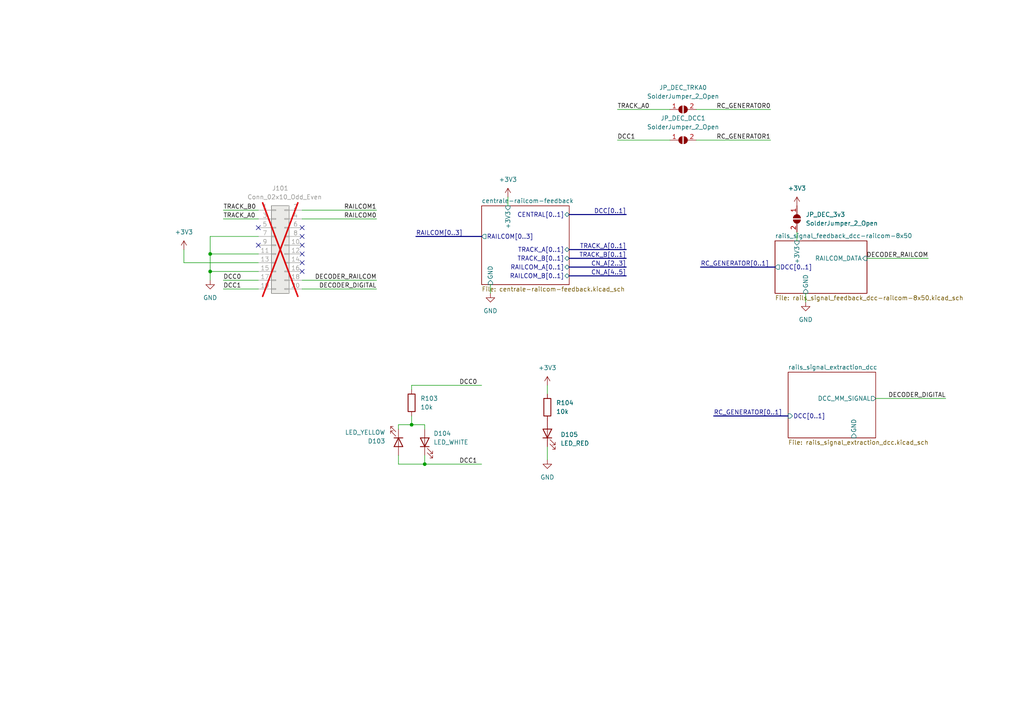
<source format=kicad_sch>
(kicad_sch (version 20231120) (generator "eeschema") (generator_version "8.0")
  (paper "A4")
  (lib_symbols
    (symbol "Connector_Generic:Conn_02x10_Odd_Even" (pin_names (offset 1.016) hide)
      (property "Reference" "J" (at 1.27 12.7 0))
      (property "Value" "Conn_02x10_Odd_Even" (at 1.27 -15.24 0))
      (symbol "Conn_02x10_Odd_Even_1_1"
        (rectangle (start -1.27 -12.573) (end 0 -12.827) (stroke (width 0.1524)))
        (rectangle (start -1.27 -10.033) (end 0 -10.287) (stroke (width 0.1524)))
        (rectangle (start -1.27 -7.493) (end 0 -7.747) (stroke (width 0.1524)))
        (rectangle (start -1.27 -4.953) (end 0 -5.207) (stroke (width 0.1524)))
        (rectangle (start -1.27 -2.413) (end 0 -2.667) (stroke (width 0.1524)))
        (rectangle (start -1.27 0.127) (end 0 -0.127) (stroke (width 0.1524)))
        (rectangle (start -1.27 2.667) (end 0 2.413) (stroke (width 0.1524)))
        (rectangle (start -1.27 5.207) (end 0 4.953) (stroke (width 0.1524)))
        (rectangle (start -1.27 7.747) (end 0 7.493) (stroke (width 0.1524)))
        (rectangle (start -1.27 10.287) (end 0 10.033) (stroke (width 0.1524)))
        (rectangle (start -1.27 11.43) (end 3.81 -13.97) (stroke (width 0.254)) (fill (type background)))
        (rectangle (start 3.81 -12.573) (end 2.54 -12.827) (stroke (width 0.1524)))
        (rectangle (start 3.81 -10.033) (end 2.54 -10.287) (stroke (width 0.1524)))
        (rectangle (start 3.81 -7.493) (end 2.54 -7.747) (stroke (width 0.1524)))
        (rectangle (start 3.81 -4.953) (end 2.54 -5.207) (stroke (width 0.1524)))
        (rectangle (start 3.81 -2.413) (end 2.54 -2.667) (stroke (width 0.1524)))
        (rectangle (start 3.81 0.127) (end 2.54 -0.127) (stroke (width 0.1524)))
        (rectangle (start 3.81 2.667) (end 2.54 2.413) (stroke (width 0.1524)))
        (rectangle (start 3.81 5.207) (end 2.54 4.953) (stroke (width 0.1524)))
        (rectangle (start 3.81 7.747) (end 2.54 7.493) (stroke (width 0.1524)))
        (rectangle (start 3.81 10.287) (end 2.54 10.033) (stroke (width 0.1524)))
        (pin passive line (at -5.08 10.16 0) (length 3.81) (name "Pin_1") (number "1"))
        (pin passive line (at 7.62 0 180) (length 3.81) (name "Pin_10") (number "10"))
        (pin passive line (at -5.08 -2.54 0) (length 3.81) (name "Pin_11") (number "11"))
        (pin passive line (at 7.62 -2.54 180) (length 3.81) (name "Pin_12") (number "12"))
        (pin passive line (at -5.08 -5.08 0) (length 3.81) (name "Pin_13") (number "13"))
        (pin passive line (at 7.62 -5.08 180) (length 3.81) (name "Pin_14") (number "14"))
        (pin passive line (at -5.08 -7.62 0) (length 3.81) (name "Pin_15") (number "15"))
        (pin passive line (at 7.62 -7.62 180) (length 3.81) (name "Pin_16") (number "16"))
        (pin passive line (at -5.08 -10.16 0) (length 3.81) (name "Pin_17") (number "17"))
        (pin passive line (at 7.62 -10.16 180) (length 3.81) (name "Pin_18") (number "18"))
        (pin passive line (at -5.08 -12.7 0) (length 3.81) (name "Pin_19") (number "19"))
        (pin passive line (at 7.62 10.16 180) (length 3.81) (name "Pin_2") (number "2"))
        (pin passive line (at 7.62 -12.7 180) (length 3.81) (name "Pin_20") (number "20"))
        (pin passive line (at -5.08 7.62 0) (length 3.81) (name "Pin_3") (number "3"))
        (pin passive line (at 7.62 7.62 180) (length 3.81) (name "Pin_4") (number "4"))
        (pin passive line (at -5.08 5.08 0) (length 3.81) (name "Pin_5") (number "5"))
        (pin passive line (at 7.62 5.08 180) (length 3.81) (name "Pin_6") (number "6"))
        (pin passive line (at -5.08 2.54 0) (length 3.81) (name "Pin_7") (number "7"))
        (pin passive line (at 7.62 2.54 180) (length 3.81) (name "Pin_8") (number "8"))
        (pin passive line (at -5.08 0 0) (length 3.81) (name "Pin_9") (number "9"))
      )
    )
    (symbol "Device:LED" (pin_numbers hide) (pin_names (offset 1.016) hide)
      (property "Reference" "D" (at 0 2.54 0))
      (property "Value" "LED" (at 0 -2.54 0))
      (symbol "LED_0_1"
        (polyline (pts (xy -1.27 -1.27) (xy -1.27 1.27)) (stroke (width 0.254)))
        (polyline (pts (xy -1.27 0) (xy 1.27 0)))
        (polyline (pts (xy 1.27 -1.27) (xy 1.27 1.27) (xy -1.27 0) (xy 1.27 -1.27)) (stroke (width 0.254)))
        (polyline (pts (xy -3.048 -0.762) (xy -4.572 -2.286) (xy -3.81 -2.286) (xy -4.572 -2.286) (xy -4.572 -1.524)))
        (polyline (pts (xy -1.778 -0.762) (xy -3.302 -2.286) (xy -2.54 -2.286) (xy -3.302 -2.286) (xy -3.302 -1.524)))
      )
      (symbol "LED_1_1"
        (pin passive line (at -3.81 0 0) (length 2.54) (name "K") (number "1"))
        (pin passive line (at 3.81 0 180) (length 2.54) (name "A") (number "2"))
      )
    )
    (symbol "Device:R" (pin_numbers hide) (pin_names (offset 0))
      (property "Reference" "R" (at 2.032 0 90))
      (property "Value" "R" (at 0 0 90))
      (symbol "R_0_1"
        (rectangle (start -1.016 -2.54) (end 1.016 2.54) (stroke (width 0.254)))
      )
      (symbol "R_1_1"
        (pin passive line (at 0 3.81 270) (length 1.27) (name "~") (number "1"))
        (pin passive line (at 0 -3.81 90) (length 1.27) (name "~") (number "2"))
      )
    )
    (symbol "Jumper:SolderJumper_2_Open" (pin_names (offset 0) hide)
      (property "Reference" "JP" (at 0 2.032 0))
      (property "Value" "SolderJumper_2_Open" (at 0 -2.54 0))
      (symbol "SolderJumper_2_Open_0_1"
        (arc (start -0.254 1.016) (mid -1.2656 0) (end -0.254 -1.016))
        (arc (start -0.254 1.016) (mid -1.2656 0) (end -0.254 -1.016) (fill (type outline)))
        (polyline (pts (xy -0.254 1.016) (xy -0.254 -1.016)))
        (polyline (pts (xy 0.254 1.016) (xy 0.254 -1.016)))
        (arc (start 0.254 -1.016) (mid 1.2656 0) (end 0.254 1.016))
        (arc (start 0.254 -1.016) (mid 1.2656 0) (end 0.254 1.016) (fill (type outline)))
      )
      (symbol "SolderJumper_2_Open_1_1"
        (pin passive line (at -3.81 0 0) (length 2.54) (name "A") (number "1"))
        (pin passive line (at 3.81 0 180) (length 2.54) (name "B") (number "2"))
      )
    )
    (symbol "power:+3V3" (power) (pin_names (offset 0))
      (property "Value" "+3V3" (at 0 3.556 0))
      (symbol "+3V3_0_1"
        (polyline (pts (xy -0.762 1.27) (xy 0 2.54)))
        (polyline (pts (xy 0 0) (xy 0 2.54)))
        (polyline (pts (xy 0 2.54) (xy 0.762 1.27)))
      )
      (symbol "+3V3_1_1"
        (pin power_in line (at 0 0 90) (length 0) hide (name "+3V3") (number "1"))
      )
    )
    (symbol "power:GND" (power) (pin_names (offset 0))
      (property "Value" "GND" (at 0 -3.81 0))
      (symbol "GND_0_1"
        (polyline (pts (xy 0 0) (xy 0 -1.27) (xy 1.27 -1.27) (xy 0 -2.54) (xy -1.27 -1.27) (xy 0 -1.27)))
      )
      (symbol "GND_1_1"
        (pin power_in line (at 0 0 270) (length 0) hide (name "GND") (number "1"))
      )
    )
  )
  (junction (at 60.96 73.66))
  (junction (at 60.96 78.74))
  (junction (at 123.19 134.62))
  (junction (at 119.38 123.19))
  (no_connect (at 87.63 73.66))
  (no_connect (at 87.63 68.58))
  (no_connect (at 87.63 71.12))
  (no_connect (at 87.63 78.74))
  (no_connect (at 87.63 66.04))
  (no_connect (at 74.93 66.04))
  (no_connect (at 87.63 76.2))
  (no_connect (at 74.93 71.12))
  (wire (pts (xy 64.77 81.28) (xy 74.93 81.28)))
  (wire (pts (xy 60.96 73.66) (xy 74.93 73.66)))
  (wire (pts (xy 254 115.57) (xy 274.32 115.57)))
  (wire (pts (xy 60.96 73.66) (xy 60.96 78.74)))
  (wire (pts (xy 123.19 134.62) (xy 115.57 134.62)))
  (wire (pts (xy 123.19 134.62) (xy 139.7 134.62)))
  (wire (pts (xy 64.77 60.96) (xy 74.93 60.96)))
  (wire (pts (xy 60.96 78.74) (xy 60.96 81.28)))
  (wire (pts (xy 115.57 123.19) (xy 115.57 124.46)))
  (wire (pts (xy 251.46 74.93) (xy 269.24 74.93)))
  (wire (pts (xy 123.19 123.19) (xy 123.19 124.46)))
  (bus (pts (xy 203.2 77.47) (xy 224.79 77.47)))
  (bus (pts (xy 165.1 72.39) (xy 181.61 72.39)))
  (wire (pts (xy 139.7 111.76) (xy 119.38 111.76)))
  (wire (pts (xy 115.57 132.08) (xy 115.57 134.62)))
  (bus (pts (xy 207.01 120.65) (xy 228.6 120.65)))
  (wire (pts (xy 231.14 67.31) (xy 231.14 69.85)))
  (wire (pts (xy 87.63 63.5) (xy 109.22 63.5)))
  (wire (pts (xy 87.63 60.96) (xy 109.22 60.96)))
  (wire (pts (xy 158.75 129.54) (xy 158.75 133.35)))
  (wire (pts (xy 142.24 85.09) (xy 142.24 82.55)))
  (wire (pts (xy 233.68 87.63) (xy 233.68 85.09)))
  (wire (pts (xy 115.57 123.19) (xy 119.38 123.19)))
  (wire (pts (xy 119.38 123.19) (xy 123.19 123.19)))
  (wire (pts (xy 223.52 40.64) (xy 201.93 40.64)))
  (bus (pts (xy 165.1 74.93) (xy 181.61 74.93)))
  (wire (pts (xy 74.93 68.58) (xy 60.96 68.58)))
  (bus (pts (xy 165.1 80.01) (xy 181.61 80.01)))
  (wire (pts (xy 179.07 40.64) (xy 194.31 40.64)))
  (wire (pts (xy 158.75 111.76) (xy 158.75 114.3)))
  (wire (pts (xy 119.38 123.19) (xy 119.38 120.65)))
  (wire (pts (xy 53.34 72.39) (xy 53.34 76.2)))
  (wire (pts (xy 123.19 132.08) (xy 123.19 134.62)))
  (bus (pts (xy 165.1 77.47) (xy 181.61 77.47)))
  (bus (pts (xy 165.1 62.23) (xy 181.61 62.23)))
  (wire (pts (xy 201.93 31.75) (xy 223.52 31.75)))
  (wire (pts (xy 74.93 76.2) (xy 53.34 76.2)))
  (wire (pts (xy 87.63 83.82) (xy 109.22 83.82)))
  (wire (pts (xy 147.32 57.15) (xy 147.32 59.69)))
  (wire (pts (xy 179.07 31.75) (xy 194.31 31.75)))
  (wire (pts (xy 87.63 81.28) (xy 109.22 81.28)))
  (wire (pts (xy 60.96 68.58) (xy 60.96 73.66)))
  (wire (pts (xy 119.38 111.76) (xy 119.38 113.03)))
  (wire (pts (xy 60.96 78.74) (xy 74.93 78.74)))
  (bus (pts (xy 120.65 68.58) (xy 139.7 68.58)))
  (wire (pts (xy 64.77 83.82) (xy 74.93 83.82)))
  (wire (pts (xy 64.77 63.5) (xy 74.93 63.5)))
  (label "TRACK_A0" (at 179.07 31.75 0))
  (label "RAILCOM0" (at 109.22 63.5 180))
  (label "TRACK_A[0..1]" (at 181.61 72.39 180))
  (label "DECODER_DIGITAL" (at 274.32 115.57 180))
  (label "RC_GENERATOR0" (at 223.52 31.75 180))
  (label "DCC1" (at 64.77 83.82 0))
  (label "RAILCOM[0..3]" (at 120.65 68.58 0))
  (label "RAILCOM1" (at 109.22 60.96 180))
  (label "CN_A[4..5]" (at 181.61 80.01 180))
  (label "TRACK_A0" (at 64.77 63.5 0))
  (label "DECODER_DIGITAL" (at 109.22 83.82 180))
  (label "DCC0" (at 138.43 111.76 180))
  (label "TRACK_B[0..1]" (at 181.61 74.93 180))
  (label "DCC[0..1]" (at 181.61 62.23 180))
  (label "DECODER_RAILCOM" (at 269.24 74.93 180))
  (label "TRACK_B0" (at 64.77 60.96 0))
  (label "RC_GENERATOR[0..1]" (at 203.2 77.47 0))
  (label "DECODER_RAILCOM" (at 109.22 81.28 180))
  (label "RC_GENERATOR1" (at 223.52 40.64 180))
  (label "DCC0" (at 64.77 81.28 0))
  (label "DCC1" (at 179.07 40.64 0))
  (label "RC_GENERATOR[0..1]" (at 207.01 120.65 0))
  (label "DCC1" (at 138.43 134.62 180))
  (label "CN_A[2..3]" (at 181.61 77.47 180))
  (symbol (lib_id "Connector_Generic:Conn_02x10_Odd_Even") (at 80.01 71.12 0) (unit 1) (in_bom no) (dnp yes)
    (property "Reference" "J101" (at 81.28 54.61 0))
    (property "Value" "Conn_02x10_Odd_Even" (at 82.55 57.15 0))
    (property "Footprint" "Connector_PinHeader_2.54mm:PinHeader_2x10_P2.54mm_Horizontal" (effects (hide yes)))
    (property "Description" "Generic connector, double row, 02x10, odd/even pin numbering scheme (row 1 odd numbers, row 2 even numbers), script generated (kicad-library-utils/schlib/autogen/connector/)" (effects (hide yes)))
  )
  (symbol (lib_id "power:+3V3") (at 53.34 72.39 0) (unit 1)
    (property "Reference" "#PWR0101" (effects (hide yes)))
    (property "Value" "+3V3" (at 53.34 67.31 0))
    (property "Description" "Power symbol creates a global label with name \"+3V3\"" (effects (hide yes)))
  )
  (symbol (lib_id "Device:LED") (at 123.19 128.27 90) (unit 1)
    (property "Reference" "D104" (at 125.73 125.73 90) (effects (justify right)))
    (property "Value" "LED_WHITE" (at 125.73 128.27 90) (effects (justify right)))
    (property "Footprint" "LED_SMD:LED_0805_2012Metric_Pad1.15x1.40mm_HandSolder" (effects (hide yes)))
    (property "Description" "Light emitting diode" (effects (hide yes)))
    (property "OLI_ID" "LED-WHITE_0805" (effects (hide yes)))
  )
  (symbol (lib_id "Device:R") (at 158.75 118.11 0) (unit 1)
    (property "Reference" "R104" (at 161.29 116.84 0) (effects (justify left)))
    (property "Value" "10k" (at 161.29 119.38 0) (effects (justify left)))
    (property "Footprint" "Resistor_SMD:R_0805_2012Metric_Pad1.20x1.40mm_HandSolder" (effects (hide yes)))
    (property "Description" "Resistor" (effects (hide yes)))
    (property "OLI_ID" "10k_0805" (effects (hide yes)))
  )
  (symbol (lib_id "Device:R") (at 119.38 116.84 0) (unit 1)
    (property "Reference" "R103" (at 121.92 115.57 0) (effects (justify left)))
    (property "Value" "10k" (at 121.92 118.11 0) (effects (justify left)))
    (property "Footprint" "Resistor_SMD:R_0805_2012Metric_Pad1.20x1.40mm_HandSolder" (effects (hide yes)))
    (property "Description" "Resistor" (effects (hide yes)))
    (property "OLI_ID" "10k_0805" (effects (hide yes)))
  )
  (symbol (lib_id "Jumper:SolderJumper_2_Open") (at 198.12 40.64 0) (unit 1)
    (property "Reference" "JP_DEC_DCC1" (at 198.12 34.29 0))
    (property "Value" "SolderJumper_2_Open" (at 198.12 36.83 0))
    (property "Footprint" "Jumper:SolderJumper-2_P1.3mm_Open_TrianglePad1.0x1.5mm" (effects (hide yes)))
    (property "Description" "Solder Jumper, 2-pole, open" (effects (hide yes)))
  )
  (symbol (lib_id "Jumper:SolderJumper_2_Open") (at 231.14 63.5 270) (unit 1)
    (property "Reference" "JP_DEC_3v3" (at 233.68 62.2299 90) (effects (justify left)))
    (property "Value" "SolderJumper_2_Open" (at 233.68 64.7699 90) (effects (justify left)))
    (property "Footprint" "Jumper:SolderJumper-2_P1.3mm_Open_TrianglePad1.0x1.5mm" (effects (hide yes)))
    (property "Description" "Solder Jumper, 2-pole, open" (effects (hide yes)))
  )
  (symbol (lib_id "power:+3V3") (at 158.75 111.76 0) (unit 1)
    (property "Reference" "#PWR0107" (effects (hide yes)))
    (property "Value" "+3V3" (at 158.75 106.68 0))
    (property "Description" "Power symbol creates a global label with name \"+3V3\"" (effects (hide yes)))
  )
  (symbol (lib_id "power:+3V3") (at 147.32 57.15 0) (unit 1)
    (property "Reference" "#PWR0106" (effects (hide yes)))
    (property "Value" "+3V3" (at 147.32 52.07 0))
    (property "Description" "Power symbol creates a global label with name \"+3V3\"" (effects (hide yes)))
  )
  (symbol (lib_id "power:GND") (at 142.24 85.09 0) (unit 1)
    (property "Reference" "#PWR0105" (effects (hide yes)))
    (property "Value" "GND" (at 142.24 90.17 0))
    (property "Description" "Power symbol creates a global label with name \"GND\" , ground" (effects (hide yes)))
  )
  (symbol (lib_id "power:GND") (at 60.96 81.28 0) (unit 1)
    (property "Reference" "#PWR0103" (effects (hide yes)))
    (property "Value" "GND" (at 60.96 86.36 0))
    (property "Description" "Power symbol creates a global label with name \"GND\" , ground" (effects (hide yes)))
  )
  (symbol (lib_id "Jumper:SolderJumper_2_Open") (at 198.12 31.75 0) (unit 1)
    (property "Reference" "JP_DEC_TRKA0" (at 198.12 25.4 0))
    (property "Value" "SolderJumper_2_Open" (at 198.12 27.94 0))
    (property "Footprint" "Jumper:SolderJumper-2_P1.3mm_Open_TrianglePad1.0x1.5mm" (effects (hide yes)))
    (property "Description" "Solder Jumper, 2-pole, open" (effects (hide yes)))
  )
  (symbol (lib_id "power:+3V3") (at 231.14 59.69 0) (unit 1)
    (property "Reference" "#PWR0109" (effects (hide yes)))
    (property "Value" "+3V3" (at 231.14 54.61 0))
    (property "Description" "Power symbol creates a global label with name \"+3V3\"" (effects (hide yes)))
  )
  (symbol (lib_id "Device:LED") (at 158.75 125.73 90) (unit 1)
    (property "Reference" "D105" (at 162.56 126.0475 90) (effects (justify right)))
    (property "Value" "LED_RED" (at 162.56 128.5875 90) (effects (justify right)))
    (property "Footprint" "LED_SMD:LED_0805_2012Metric_Pad1.15x1.40mm_HandSolder" (effects (hide yes)))
    (property "Description" "Light emitting diode" (effects (hide yes)))
    (property "OLI_ID" "LED-RED_0805" (effects (hide yes)))
  )
  (symbol (lib_id "Device:LED") (at 115.57 128.27 270) (unit 1)
    (property "Reference" "D103" (at 111.76 127.9525 90) (effects (justify right)))
    (property "Value" "LED_YELLOW" (at 111.76 125.4125 90) (effects (justify right)))
    (property "Footprint" "LED_SMD:LED_0805_2012Metric_Pad1.15x1.40mm_HandSolder" (effects (hide yes)))
    (property "Description" "Light emitting diode" (effects (hide yes)))
    (property "OLI_ID" "LED-YELLOW_0805" (effects (hide yes)))
  )
  (symbol (lib_id "power:GND") (at 158.75 133.35 0) (unit 1)
    (property "Reference" "#PWR0108" (effects (hide yes)))
    (property "Value" "GND" (at 158.75 138.43 0))
    (property "Description" "Power symbol creates a global label with name \"GND\" , ground" (effects (hide yes)))
  )
  (symbol (lib_id "power:GND") (at 233.68 87.63 0) (unit 1)
    (property "Reference" "#PWR0110" (effects (hide yes)))
    (property "Value" "GND" (at 233.68 92.71 0))
    (property "Description" "Power symbol creates a global label with name \"GND\" , ground" (effects (hide yes)))
  )
  (sheet (at 228.6 107.95) (size 25.4 19.05) (stroke (width 0.1524))
    (property "Sheetname" "rails_signal_extraction_dcc" (at 228.6 107.2384 0) (effects (justify left bottom)))
    (property "Sheetfile" "rails_signal_extraction_dcc.kicad_sch" (at 228.6 127.5846 0) (effects (justify left top)))
    (pin "GND" input (at 247.65 127 270))
    (pin "DCC_MM_SIGNAL" output (at 254 115.57 0))
    (pin "DCC[0..1]" input (at 228.6 120.65 180))
  )
  (sheet (at 139.7 59.69) (size 25.4 22.86) (stroke (width 0.1524))
    (property "Sheetname" "centrale-railcom-feedback" (at 139.7 58.9784 0) (effects (justify left bottom)))
    (property "Sheetfile" "centrale-railcom-feedback.kicad_sch" (at 139.7 83.1346 0) (effects (justify left top)))
    (pin "+3V3" input (at 147.32 59.69 90))
    (pin "RAILCOM[0..3]" output (at 139.7 68.58 180))
    (pin "TRACK_B[0..1]" bidirectional (at 165.1 74.93 0))
    (pin "TRACK_A[0..1]" bidirectional (at 165.1 72.39 0))
    (pin "GND" input (at 142.24 82.55 270))
    (pin "RAILCOM_B[0..1]" bidirectional (at 165.1 80.01 0))
    (pin "RAILCOM_A[0..1]" bidirectional (at 165.1 77.47 0))
    (pin "CENTRAL[0..1]" bidirectional (at 165.1 62.23 0))
  )
  (sheet (at 224.79 69.85) (size 26.67 15.24) (stroke (width 0.1524))
    (property "Sheetname" "rails_signal_feedback_dcc-railcom-8x50" (at 224.79 69.1384 0) (effects (justify left bottom)))
    (property "Sheetfile" "rails_signal_feedback_dcc-railcom-8x50.kicad_sch" (at 224.79 85.6746 0) (effects (justify left top)))
    (pin "DCC[0..1]" output (at 224.79 77.47 180))
    (pin "+3V3" input (at 231.14 69.85 90))
    (pin "RAILCOM_DATA" input (at 251.46 74.93 0))
    (pin "GND" input (at 233.68 85.09 270))
  )
)
</source>
